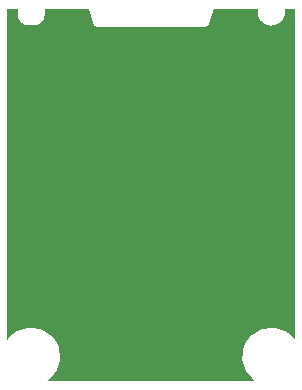
<source format=gbr>
G04 Generated by Ultiboard 13.0 *
%FSLAX25Y25*%
%MOIN*%

%ADD10C,0.00001*%
%ADD11C,0.01000*%
%ADD12C,0.02000*%
%ADD13C,0.02500*%
%ADD14C,0.02000*%
%ADD15C,0.06334*%
%ADD16R,0.02083X0.02083*%
%ADD17C,0.03917*%
%ADD18C,0.06000*%
%ADD19R,0.06334X0.06334*%
%ADD20R,0.01084X0.04168*%
%ADD21C,0.01666*%
%ADD22C,0.03000*%
%ADD23C,0.16500*%
%ADD24C,0.02500*%


G04 ColorRGB 0000FF for the following layer *
%LNCopper Bottom*%
%LPD*%
G54D10*
G36*
X97990Y15587D02*
X97990Y15587D01*
X97990Y125993D01*
X94560Y125993D01*
G75*
D01*
G02X85440Y125993I-4560J-989*
G01*
X85440Y125993D01*
X71086Y125993D01*
X69431Y121027D01*
G74*
D01*
G02X68549Y120096I1431J472*
G01*
G75*
D01*
G02X67998Y119993I-548J1404*
G01*
X67998Y119993D01*
X32000Y119993D01*
G75*
D01*
G02X30553Y121078I0J1507*
G01*
X30553Y121078D01*
X29120Y125993D01*
X14517Y125993D01*
X14517Y123959D01*
G75*
D01*
G02X11042Y120483I-3475J-1*
G01*
X11042Y120483D01*
X8959Y120483D01*
G75*
D01*
G02X5483Y123959I0J3476*
G01*
X5483Y123959D01*
X5483Y125993D01*
X2010Y125993D01*
X2010Y15587D01*
G75*
D01*
G02X15587Y2010I7988J-5589*
G01*
X15587Y2010D01*
X84413Y2010D01*
G75*
D01*
G02X97990Y15587I5589J7988*
G01*
D02*
G37*
%LPC*%
G36*
X86073Y92479D02*
G75*
D01*
G02X86073Y92479I3927J2521*
G01*
D02*
G37*

M02*

</source>
